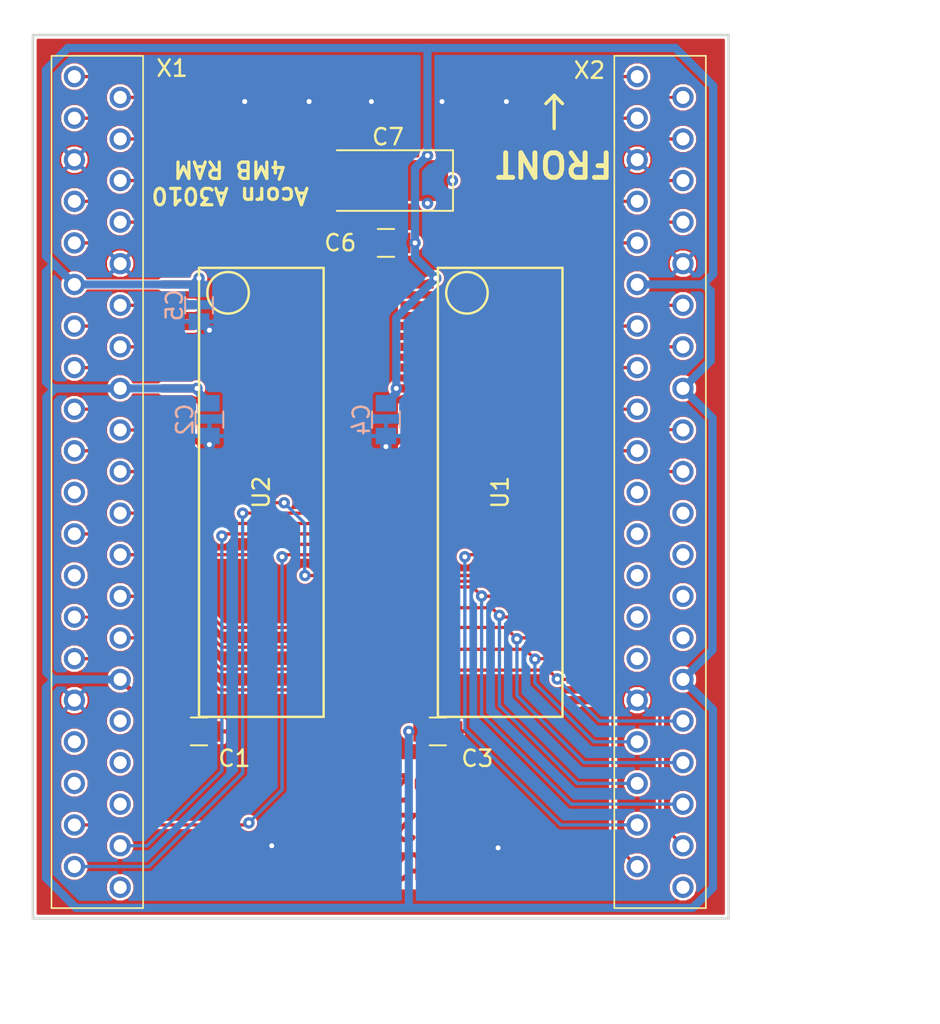
<source format=kicad_pcb>
(kicad_pcb (version 20171130) (host pcbnew "(5.0.1-3-g963ef8bb5)")
  (layers (0 F.Cu signal) (31 B.Cu signal) (34 B.Paste user) (35 F.Paste user) (36 B.SilkS user) (37 F.SilkS user) (38 B.Mask user hide) (39 F.Mask user hide) (44 Edge.Cuts user))
  (net 0 "")
  (net 1 /D8)
  (net 2 /D9)
  (net 3 /D10)
  (net 4 /D11)
  (net 5 /D13)
  (net 6 /D12)
  (net 7 /D14)
  (net 8 /D15)
  (net 9 /D2)
  (net 10 /D0)
  (net 11 /D1)
  (net 12 /D3)
  (net 13 /D6)
  (net 14 /A1)
  (net 15 /~RAS)
  (net 16 /D4)
  (net 17 /A2)
  (net 18 "Net-(X1-Pad25)")
  (net 19 /A9)
  (net 20 /A4)
  (net 21 /D5)
  (net 22 /D7)
  (net 23 "Net-(X1-Pad21)")
  (net 24 /~WE)
  (net 25 /A0)
  (net 26 /A3)
  (net 27 /A6)
  (net 28 /A8)
  (net 29 /~CAS0)
  (net 30 "Net-(X1-Pad40)")
  (net 31 /A7)
  (net 32 /A5)
  (net 33 /~CAS1)
  (net 34 /~CAS3)
  (net 35 "Net-(X2-Pad40)")
  (net 36 /~CAS2)
  (net 37 "Net-(X2-Pad21)")
  (net 38 /D23)
  (net 39 /D21)
  (net 40 "Net-(X2-Pad25)")
  (net 41 /D20)
  (net 42 /D22)
  (net 43 /D19)
  (net 44 /D17)
  (net 45 /D16)
  (net 46 /D18)
  (net 47 /D31)
  (net 48 /D30)
  (net 49 /D28)
  (net 50 /D29)
  (net 51 /D27)
  (net 52 /D26)
  (net 53 /D25)
  (net 54 /D24)
  (net 55 VSS)
  (net 56 VCC)
  (net 57 "Net-(U1-Pad15)")
  (net 58 "Net-(U1-Pad16)")
  (net 59 "Net-(U2-Pad16)")
  (net 60 "Net-(U2-Pad15)")
  (net 61 "Net-(X1-Pad32)")
  (net 62 "Net-(X1-Pad34)")
  (net 63 "Net-(X1-Pad36)")
  (net 64 "Net-(X1-Pad35)")
  (net 65 "Net-(X1-Pad33)")
  (net 66 "Net-(X2-Pad22)")
  (net 67 "Net-(X2-Pad23)")
  (net 68 "Net-(X2-Pad24)")
  (net 69 "Net-(X2-Pad29)")
  (net 70 "Net-(X2-Pad26)")
  (net 71 "Net-(X2-Pad28)")
  (net 72 "Net-(X2-Pad27)")
  (net 73 /~OE1)
  (net 74 /~OE2)
  (module VIA-0.6mm (layer F.Cu) (at 148.336 77.724)
    (fp_text reference "" hide)
    (fp_text value VIA-0.6mm hide)
    (pad 1 thru_hole circle (at 0 0) (size 0.6 0.6) (drill 0.3) (layers *.Cu) (net 55 VSS))
  )
  (module VIA-0.6mm (layer F.Cu) (at 140.081 77.724)
    (fp_text reference "" hide)
    (fp_text value VIA-0.6mm hide)
    (pad 1 thru_hole circle (at 0 0) (size 0.6 0.6) (drill 0.3) (layers *.Cu) (net 55 VSS))
  )
  (module VIA-0.6mm (layer F.Cu) (at 144.399 77.724)
    (fp_text reference "" hide)
    (fp_text value VIA-0.6mm hide)
    (pad 1 thru_hole circle (at 0 0) (size 0.6 0.6) (drill 0.3) (layers *.Cu) (net 55 VSS))
  )
  (module VIA-0.6mm (layer F.Cu) (at 132.334 77.724)
    (fp_text reference "" hide)
    (fp_text value VIA-0.6mm hide)
    (pad 1 thru_hole circle (at 0 0) (size 0.6 0.6) (drill 0.3) (layers *.Cu) (net 55 VSS))
  )
  (module VIA-0.6mm (layer F.Cu) (at 136.271 77.724)
    (fp_text reference "" hide)
    (fp_text value VIA-0.6mm hide)
    (pad 1 thru_hole circle (at 0 0) (size 0.6 0.6) (drill 0.3) (layers *.Cu) (net 55 VSS))
  )
  (module VIA-0.6mm (layer F.Cu) (at 136.271 77.724)
    (fp_text reference "" hide)
    (fp_text value VIA-0.6mm hide)
    (pad 1 thru_hole circle (at 0 0) (size 0.6 0.6) (drill 0.3) (layers *.Cu) (net 55 VSS))
  )
  (module VIA-0.6mm (layer F.Cu) (at 147.828 123.317)
    (fp_text reference "" hide)
    (fp_text value VIA-0.6mm hide)
    (pad 1 thru_hole circle (at 0 0) (size 0.6 0.6) (drill 0.3) (layers *.Cu) (net 55 VSS))
  )
  (module VIA-0.6mm (layer F.Cu) (at 132.334 77.724)
    (fp_text reference "" hide)
    (fp_text value VIA-0.6mm hide)
    (pad 1 thru_hole circle (at 0 0) (size 0.6 0.6) (drill 0.3) (layers *.Cu) (net 55 VSS))
  )
  (module VIA-0.6mm (layer F.Cu) (at 133.985 123.19)
    (fp_text reference "" hide)
    (fp_text value VIA-0.6mm hide)
    (pad 1 thru_hole circle (at 0 0) (size 0.6 0.6) (drill 0.3) (layers *.Cu) (net 55 VSS))
  )
  (module SMD_Packages:SOJ-42 (layer F.Cu) (at 133.35 101.6 270)
    (fp_text reference U2 (at 0 0 270) (layer F.SilkS))
    (fp_text value IS41C16105C)
    (pad 21 smd rect (at 12.7 5.08 270) (size 0.508 2.032) (layers F.Cu F.Paste F.Mask) (net 56 VCC))
    (pad 20 smd rect (at 11.43 5.08 270) (size 0.508 2.032) (layers F.Cu F.Paste F.Mask) (net 26 /A3))
    (pad 19 smd rect (at 10.16 5.08 270) (size 0.508 2.032) (layers F.Cu F.Paste F.Mask) (net 17 /A2))
    (pad 18 smd rect (at 8.89 5.08 270) (size 0.508 2.032) (layers F.Cu F.Paste F.Mask) (net 14 /A1))
    (pad 17 smd rect (at 7.62 5.08 270) (size 0.508 2.032) (layers F.Cu F.Paste F.Mask) (net 25 /A0))
    (pad 16 smd rect (at 6.35 5.08 270) (size 0.508 2.032) (layers F.Cu F.Paste F.Mask) (net 59 "Net-(U2-Pad16)"))
    (pad 15 smd rect (at 5.08 5.08 270) (size 0.508 2.032) (layers F.Cu F.Paste F.Mask) (net 60 "Net-(U2-Pad15)"))
    (pad 14 smd rect (at 3.81 5.08 270) (size 0.508 2.032) (layers F.Cu F.Paste F.Mask) (net 15 /~RAS))
    (pad 13 smd rect (at 2.54 5.08 270) (size 0.508 2.032) (layers F.Cu F.Paste F.Mask) (net 24 /~WE))
    (pad 12 smd rect (at 1.27 5.08 270) (size 0.508 2.032) (layers F.Cu F.Paste F.Mask))
    (pad 22 smd rect (at 12.7 -5.08 270) (size 0.508 2.032) (layers F.Cu F.Paste F.Mask) (net 55 VSS))
    (pad 23 smd rect (at 11.43 -5.08 270) (size 0.508 2.032) (layers F.Cu F.Paste F.Mask) (net 20 /A4))
    (pad 24 smd rect (at 10.16 -5.08 270) (size 0.508 2.032) (layers F.Cu F.Paste F.Mask) (net 32 /A5))
    (pad 25 smd rect (at 8.89 -5.08 270) (size 0.508 2.032) (layers F.Cu F.Paste F.Mask) (net 27 /A6))
    (pad 26 smd rect (at 7.62 -5.08 270) (size 0.508 2.032) (layers F.Cu F.Paste F.Mask) (net 31 /A7))
    (pad 27 smd rect (at 6.35 -5.08 270) (size 0.508 2.032) (layers F.Cu F.Paste F.Mask) (net 28 /A8))
    (pad 28 smd rect (at 5.08 -5.08 270) (size 0.508 2.032) (layers F.Cu F.Paste F.Mask) (net 19 /A9))
    (pad 29 smd rect (at 3.81 -5.08 270) (size 0.508 2.032) (layers F.Cu F.Paste F.Mask) (net 73 /~OE1))
    (pad 30 smd rect (at 2.54 -5.08 270) (size 0.508 2.032) (layers F.Cu F.Paste F.Mask) (net 33 /~CAS1))
    (pad 31 smd rect (at 1.27 -5.08 270) (size 0.508 2.032) (layers F.Cu F.Paste F.Mask) (net 29 /~CAS0))
    (pad 1 smd rect (at -12.7 5.08 270) (size 0.508 2.032) (layers F.Cu F.Paste F.Mask) (net 56 VCC))
    (pad 2 smd rect (at -11.43 5.08 270) (size 0.508 2.032) (layers F.Cu F.Paste F.Mask) (net 10 /D0))
    (pad 3 smd rect (at -10.16 5.08 270) (size 0.508 2.032) (layers F.Cu F.Paste F.Mask) (net 11 /D1))
    (pad 4 smd rect (at -8.89 5.08 270) (size 0.508 2.032) (layers F.Cu F.Paste F.Mask) (net 9 /D2))
    (pad 5 smd rect (at -7.62 5.08 270) (size 0.508 2.032) (layers F.Cu F.Paste F.Mask) (net 12 /D3))
    (pad 6 smd rect (at -6.35 5.08 270) (size 0.508 2.032) (layers F.Cu F.Paste F.Mask) (net 56 VCC))
    (pad 7 smd rect (at -5.08 5.08 270) (size 0.508 2.032) (layers F.Cu F.Paste F.Mask) (net 16 /D4))
    (pad 8 smd rect (at -3.81 5.08 270) (size 0.508 2.032) (layers F.Cu F.Paste F.Mask) (net 21 /D5))
    (pad 9 smd rect (at -2.54 5.08 270) (size 0.508 2.032) (layers F.Cu F.Paste F.Mask) (net 13 /D6))
    (pad 10 smd rect (at -1.27 5.08 270) (size 0.508 2.032) (layers F.Cu F.Paste F.Mask) (net 22 /D7))
    (pad 42 smd rect (at -12.7 -5.08 270) (size 0.508 2.032) (layers F.Cu F.Paste F.Mask) (net 55 VSS))
    (pad 41 smd rect (at -11.43 -5.08 270) (size 0.508 2.032) (layers F.Cu F.Paste F.Mask) (net 1 /D8))
    (pad 40 smd rect (at -10.16 -5.08 270) (size 0.508 2.032) (layers F.Cu F.Paste F.Mask) (net 2 /D9))
    (pad 39 smd rect (at -8.89 -5.08 270) (size 0.508 2.032) (layers F.Cu F.Paste F.Mask) (net 3 /D10))
    (pad 38 smd rect (at -7.62 -5.08 270) (size 0.508 2.032) (layers F.Cu F.Paste F.Mask) (net 4 /D11))
    (pad 37 smd rect (at -6.35 -5.08 270) (size 0.508 2.032) (layers F.Cu F.Paste F.Mask) (net 55 VSS))
    (pad 36 smd rect (at -5.08 -5.08 270) (size 0.508 2.032) (layers F.Cu F.Paste F.Mask) (net 6 /D12))
    (pad 35 smd rect (at -3.81 -5.08 270) (size 0.508 2.032) (layers F.Cu F.Paste F.Mask) (net 5 /D13))
    (pad 34 smd rect (at -2.54 -5.08 270) (size 0.508 2.032) (layers F.Cu F.Paste F.Mask) (net 7 /D14))
    (pad 33 smd rect (at -1.27 -5.08 270) (size 0.508 2.032) (layers F.Cu F.Paste F.Mask) (net 8 /D15))
    (pad 11 smd rect (at 0 5.08 270) (size 0.508 2.032) (layers F.Cu F.Paste F.Mask))
    (pad 32 smd rect (at 0 -5.08 270) (size 0.508 2.032) (layers F.Cu F.Paste F.Mask))
  )
  (module SMD_Packages:SOJ-42 (layer F.Cu) (at 147.955 101.6 270)
    (fp_text reference U1 (at 0 0 270) (layer F.SilkS))
    (fp_text value IS41C16105C)
    (pad 32 smd rect (at 0 -5.08 270) (size 0.508 2.032) (layers F.Cu F.Paste F.Mask))
    (pad 11 smd rect (at 0 5.08 270) (size 0.508 2.032) (layers F.Cu F.Paste F.Mask))
    (pad 33 smd rect (at -1.27 -5.08 270) (size 0.508 2.032) (layers F.Cu F.Paste F.Mask) (net 38 /D23))
    (pad 34 smd rect (at -2.54 -5.08 270) (size 0.508 2.032) (layers F.Cu F.Paste F.Mask) (net 42 /D22))
    (pad 35 smd rect (at -3.81 -5.08 270) (size 0.508 2.032) (layers F.Cu F.Paste F.Mask) (net 39 /D21))
    (pad 36 smd rect (at -5.08 -5.08 270) (size 0.508 2.032) (layers F.Cu F.Paste F.Mask) (net 41 /D20))
    (pad 37 smd rect (at -6.35 -5.08 270) (size 0.508 2.032) (layers F.Cu F.Paste F.Mask) (net 55 VSS))
    (pad 38 smd rect (at -7.62 -5.08 270) (size 0.508 2.032) (layers F.Cu F.Paste F.Mask) (net 43 /D19))
    (pad 39 smd rect (at -8.89 -5.08 270) (size 0.508 2.032) (layers F.Cu F.Paste F.Mask) (net 46 /D18))
    (pad 40 smd rect (at -10.16 -5.08 270) (size 0.508 2.032) (layers F.Cu F.Paste F.Mask) (net 44 /D17))
    (pad 41 smd rect (at -11.43 -5.08 270) (size 0.508 2.032) (layers F.Cu F.Paste F.Mask) (net 45 /D16))
    (pad 42 smd rect (at -12.7 -5.08 270) (size 0.508 2.032) (layers F.Cu F.Paste F.Mask) (net 55 VSS))
    (pad 10 smd rect (at -1.27 5.08 270) (size 0.508 2.032) (layers F.Cu F.Paste F.Mask) (net 47 /D31))
    (pad 9 smd rect (at -2.54 5.08 270) (size 0.508 2.032) (layers F.Cu F.Paste F.Mask) (net 48 /D30))
    (pad 8 smd rect (at -3.81 5.08 270) (size 0.508 2.032) (layers F.Cu F.Paste F.Mask) (net 50 /D29))
    (pad 7 smd rect (at -5.08 5.08 270) (size 0.508 2.032) (layers F.Cu F.Paste F.Mask) (net 49 /D28))
    (pad 6 smd rect (at -6.35 5.08 270) (size 0.508 2.032) (layers F.Cu F.Paste F.Mask) (net 56 VCC))
    (pad 5 smd rect (at -7.62 5.08 270) (size 0.508 2.032) (layers F.Cu F.Paste F.Mask) (net 51 /D27))
    (pad 4 smd rect (at -8.89 5.08 270) (size 0.508 2.032) (layers F.Cu F.Paste F.Mask) (net 52 /D26))
    (pad 3 smd rect (at -10.16 5.08 270) (size 0.508 2.032) (layers F.Cu F.Paste F.Mask) (net 53 /D25))
    (pad 2 smd rect (at -11.43 5.08 270) (size 0.508 2.032) (layers F.Cu F.Paste F.Mask) (net 54 /D24))
    (pad 1 smd rect (at -12.7 5.08 270) (size 0.508 2.032) (layers F.Cu F.Paste F.Mask) (net 56 VCC))
    (pad 31 smd rect (at 1.27 -5.08 270) (size 0.508 2.032) (layers F.Cu F.Paste F.Mask) (net 34 /~CAS3))
    (pad 30 smd rect (at 2.54 -5.08 270) (size 0.508 2.032) (layers F.Cu F.Paste F.Mask) (net 36 /~CAS2))
    (pad 29 smd rect (at 3.81 -5.08 270) (size 0.508 2.032) (layers F.Cu F.Paste F.Mask) (net 74 /~OE2))
    (pad 28 smd rect (at 5.08 -5.08 270) (size 0.508 2.032) (layers F.Cu F.Paste F.Mask) (net 19 /A9))
    (pad 27 smd rect (at 6.35 -5.08 270) (size 0.508 2.032) (layers F.Cu F.Paste F.Mask) (net 28 /A8))
    (pad 26 smd rect (at 7.62 -5.08 270) (size 0.508 2.032) (layers F.Cu F.Paste F.Mask) (net 31 /A7))
    (pad 25 smd rect (at 8.89 -5.08 270) (size 0.508 2.032) (layers F.Cu F.Paste F.Mask) (net 27 /A6))
    (pad 24 smd rect (at 10.16 -5.08 270) (size 0.508 2.032) (layers F.Cu F.Paste F.Mask) (net 32 /A5))
    (pad 23 smd rect (at 11.43 -5.08 270) (size 0.508 2.032) (layers F.Cu F.Paste F.Mask) (net 20 /A4))
    (pad 22 smd rect (at 12.7 -5.08 270) (size 0.508 2.032) (layers F.Cu F.Paste F.Mask) (net 55 VSS))
    (pad 12 smd rect (at 1.27 5.08 270) (size 0.508 2.032) (layers F.Cu F.Paste F.Mask))
    (pad 13 smd rect (at 2.54 5.08 270) (size 0.508 2.032) (layers F.Cu F.Paste F.Mask) (net 24 /~WE))
    (pad 14 smd rect (at 3.81 5.08 270) (size 0.508 2.032) (layers F.Cu F.Paste F.Mask) (net 15 /~RAS))
    (pad 15 smd rect (at 5.08 5.08 270) (size 0.508 2.032) (layers F.Cu F.Paste F.Mask) (net 57 "Net-(U1-Pad15)"))
    (pad 16 smd rect (at 6.35 5.08 270) (size 0.508 2.032) (layers F.Cu F.Paste F.Mask) (net 58 "Net-(U1-Pad16)"))
    (pad 17 smd rect (at 7.62 5.08 270) (size 0.508 2.032) (layers F.Cu F.Paste F.Mask) (net 25 /A0))
    (pad 18 smd rect (at 8.89 5.08 270) (size 0.508 2.032) (layers F.Cu F.Paste F.Mask) (net 14 /A1))
    (pad 19 smd rect (at 10.16 5.08 270) (size 0.508 2.032) (layers F.Cu F.Paste F.Mask) (net 17 /A2))
    (pad 20 smd rect (at 11.43 5.08 270) (size 0.508 2.032) (layers F.Cu F.Paste F.Mask) (net 26 /A3))
    (pad 21 smd rect (at 12.7 5.08 270) (size 0.508 2.032) (layers F.Cu F.Paste F.Mask) (net 56 VCC))
  )
  (module oakram:ZIP40-P-475-1.27 (layer F.Cu) (at 123.32 100.33)
    (fp_text reference X1 (at 4.569 -24.638) (layer F.SilkS))
    (fp_text value ZIP40)
    (pad 1 thru_hole circle (at -1.4 -24.13) (size 1.3 1.3) (drill 0.8) (layers *.Cu *.Mask) (net 1 /D8))
    (pad 2 thru_hole circle (at 1.4 -22.86) (size 1.3 1.3) (drill 0.8) (layers *.Cu *.Mask) (net 2 /D9))
    (pad 3 thru_hole circle (at -1.4 -21.59) (size 1.3 1.3) (drill 0.8) (layers *.Cu *.Mask) (net 3 /D10))
    (pad 4 thru_hole circle (at 1.4 -20.32) (size 1.3 1.3) (drill 0.8) (layers *.Cu *.Mask) (net 4 /D11))
    (pad 7 thru_hole circle (at -1.4 -16.51) (size 1.3 1.3) (drill 0.8) (layers *.Cu *.Mask) (net 5 /D13))
    (pad 5 thru_hole circle (at -1.4 -19.05) (size 1.3 1.3) (drill 0.8) (layers *.Cu *.Mask) (net 55 VSS))
    (pad 6 thru_hole circle (at 1.4 -17.78) (size 1.3 1.3) (drill 0.8) (layers *.Cu *.Mask) (net 6 /D12))
    (pad 8 thru_hole circle (at 1.4 -15.24) (size 1.3 1.3) (drill 0.8) (layers *.Cu *.Mask) (net 7 /D14))
    (pad 11 thru_hole circle (at -1.4 -11.43) (size 1.3 1.3) (drill 0.8) (layers *.Cu *.Mask) (net 56 VCC))
    (pad 16 thru_hole circle (at 1.4 -5.08) (size 1.3 1.3) (drill 0.8) (layers *.Cu *.Mask) (net 56 VCC))
    (pad 9 thru_hole circle (at -1.4 -13.97) (size 1.3 1.3) (drill 0.8) (layers *.Cu *.Mask) (net 8 /D15))
    (pad 14 thru_hole circle (at 1.4 -7.62) (size 1.3 1.3) (drill 0.8) (layers *.Cu *.Mask) (net 9 /D2))
    (pad 10 thru_hole circle (at 1.4 -12.7) (size 1.3 1.3) (drill 0.8) (layers *.Cu *.Mask) (net 55 VSS))
    (pad 12 thru_hole circle (at 1.4 -10.16) (size 1.3 1.3) (drill 0.8) (layers *.Cu *.Mask) (net 10 /D0))
    (pad 13 thru_hole circle (at -1.4 -8.89) (size 1.3 1.3) (drill 0.8) (layers *.Cu *.Mask) (net 11 /D1))
    (pad 15 thru_hole circle (at -1.4 -6.35) (size 1.3 1.3) (drill 0.8) (layers *.Cu *.Mask) (net 12 /D3))
    (pad 19 thru_hole circle (at -1.4 -1.27) (size 1.3 1.3) (drill 0.8) (layers *.Cu *.Mask) (net 13 /D6))
    (pad 27 thru_hole circle (at -1.4 8.89) (size 1.3 1.3) (drill 0.8) (layers *.Cu *.Mask) (net 14 /A1))
    (pad 24 thru_hole circle (at 1.4 5.08) (size 1.3 1.3) (drill 0.8) (layers *.Cu *.Mask) (net 15 /~RAS))
    (pad 17 thru_hole circle (at -1.4 -3.81) (size 1.3 1.3) (drill 0.8) (layers *.Cu *.Mask) (net 16 /D4))
    (pad 28 thru_hole circle (at 1.4 10.16) (size 1.3 1.3) (drill 0.8) (layers *.Cu *.Mask) (net 17 /A2))
    (pad 25 thru_hole circle (at -1.4 6.35) (size 1.3 1.3) (drill 0.8) (layers *.Cu *.Mask) (net 18 "Net-(X1-Pad25)"))
    (pad 22 thru_hole circle (at 1.4 2.54) (size 1.3 1.3) (drill 0.8) (layers *.Cu *.Mask) (net 19 /A9))
    (pad 32 thru_hole circle (at 1.4 15.24) (size 1.3 1.3) (drill 0.8) (layers *.Cu *.Mask) (net 61 "Net-(X1-Pad32)"))
    (pad 18 thru_hole circle (at 1.4 -2.54) (size 1.3 1.3) (drill 0.8) (layers *.Cu *.Mask) (net 21 /D5))
    (pad 20 thru_hole circle (at 1.4 0) (size 1.3 1.3) (drill 0.8) (layers *.Cu *.Mask) (net 22 /D7))
    (pad 21 thru_hole circle (at -1.4 1.27) (size 1.3 1.3) (drill 0.8) (layers *.Cu *.Mask) (net 23 "Net-(X1-Pad21)"))
    (pad 23 thru_hole circle (at -1.4 3.81) (size 1.3 1.3) (drill 0.8) (layers *.Cu *.Mask) (net 24 /~WE))
    (pad 26 thru_hole circle (at 1.4 7.62) (size 1.3 1.3) (drill 0.8) (layers *.Cu *.Mask) (net 25 /A0))
    (pad 29 thru_hole circle (at -1.4 11.43) (size 1.3 1.3) (drill 0.8) (layers *.Cu *.Mask) (net 26 /A3))
    (pad 31 thru_hole circle (at -1.4 13.97) (size 1.3 1.3) (drill 0.8) (layers *.Cu *.Mask) (net 55 VSS))
    (pad 30 thru_hole circle (at 1.4 12.7) (size 1.3 1.3) (drill 0.8) (layers *.Cu *.Mask) (net 56 VCC))
    (pad 37 thru_hole circle (at -1.4 21.59) (size 1.3 1.3) (drill 0.8) (layers *.Cu *.Mask) (net 73 /~OE1))
    (pad 34 thru_hole circle (at 1.4 17.78) (size 1.3 1.3) (drill 0.8) (layers *.Cu *.Mask) (net 62 "Net-(X1-Pad34)"))
    (pad 36 thru_hole circle (at 1.4 20.32) (size 1.3 1.3) (drill 0.8) (layers *.Cu *.Mask) (net 63 "Net-(X1-Pad36)"))
    (pad 39 thru_hole circle (at -1.4 24.13) (size 1.3 1.3) (drill 0.8) (layers *.Cu *.Mask) (net 29 /~CAS0))
    (pad 40 thru_hole circle (at 1.4 25.4) (size 1.3 1.3) (drill 0.8) (layers *.Cu *.Mask) (net 30 "Net-(X1-Pad40)"))
    (pad 35 thru_hole circle (at -1.4 19.05) (size 1.3 1.3) (drill 0.8) (layers *.Cu *.Mask) (net 64 "Net-(X1-Pad35)"))
    (pad 33 thru_hole circle (at -1.4 16.51) (size 1.3 1.3) (drill 0.8) (layers *.Cu *.Mask) (net 65 "Net-(X1-Pad33)"))
    (pad 38 thru_hole circle (at 1.4 22.86) (size 1.3 1.3) (drill 0.8) (layers *.Cu *.Mask) (net 33 /~CAS1))
  )
  (module oakram:ZIP40-P-475-1.27 (layer F.Cu) (at 157.734 100.33)
    (fp_text reference X2 (at -4.318 -24.511) (layer F.SilkS))
    (fp_text value ZIP40)
    (pad 38 thru_hole circle (at 1.4 22.86) (size 1.3 1.3) (drill 0.8) (layers *.Cu *.Mask) (net 34 /~CAS3))
    (pad 33 thru_hole circle (at -1.4 16.51) (size 1.3 1.3) (drill 0.8) (layers *.Cu *.Mask) (net 32 /A5))
    (pad 35 thru_hole circle (at -1.4 19.05) (size 1.3 1.3) (drill 0.8) (layers *.Cu *.Mask) (net 31 /A7))
    (pad 40 thru_hole circle (at 1.4 25.4) (size 1.3 1.3) (drill 0.8) (layers *.Cu *.Mask) (net 35 "Net-(X2-Pad40)"))
    (pad 39 thru_hole circle (at -1.4 24.13) (size 1.3 1.3) (drill 0.8) (layers *.Cu *.Mask) (net 36 /~CAS2))
    (pad 36 thru_hole circle (at 1.4 20.32) (size 1.3 1.3) (drill 0.8) (layers *.Cu *.Mask) (net 28 /A8))
    (pad 34 thru_hole circle (at 1.4 17.78) (size 1.3 1.3) (drill 0.8) (layers *.Cu *.Mask) (net 27 /A6))
    (pad 37 thru_hole circle (at -1.4 21.59) (size 1.3 1.3) (drill 0.8) (layers *.Cu *.Mask) (net 74 /~OE2))
    (pad 30 thru_hole circle (at 1.4 12.7) (size 1.3 1.3) (drill 0.8) (layers *.Cu *.Mask) (net 56 VCC))
    (pad 31 thru_hole circle (at -1.4 13.97) (size 1.3 1.3) (drill 0.8) (layers *.Cu *.Mask) (net 55 VSS))
    (pad 29 thru_hole circle (at -1.4 11.43) (size 1.3 1.3) (drill 0.8) (layers *.Cu *.Mask) (net 69 "Net-(X2-Pad29)"))
    (pad 26 thru_hole circle (at 1.4 7.62) (size 1.3 1.3) (drill 0.8) (layers *.Cu *.Mask) (net 70 "Net-(X2-Pad26)"))
    (pad 23 thru_hole circle (at -1.4 3.81) (size 1.3 1.3) (drill 0.8) (layers *.Cu *.Mask) (net 67 "Net-(X2-Pad23)"))
    (pad 21 thru_hole circle (at -1.4 1.27) (size 1.3 1.3) (drill 0.8) (layers *.Cu *.Mask) (net 37 "Net-(X2-Pad21)"))
    (pad 20 thru_hole circle (at 1.4 0) (size 1.3 1.3) (drill 0.8) (layers *.Cu *.Mask) (net 38 /D23))
    (pad 18 thru_hole circle (at 1.4 -2.54) (size 1.3 1.3) (drill 0.8) (layers *.Cu *.Mask) (net 39 /D21))
    (pad 32 thru_hole circle (at 1.4 15.24) (size 1.3 1.3) (drill 0.8) (layers *.Cu *.Mask) (net 20 /A4))
    (pad 22 thru_hole circle (at 1.4 2.54) (size 1.3 1.3) (drill 0.8) (layers *.Cu *.Mask) (net 66 "Net-(X2-Pad22)"))
    (pad 25 thru_hole circle (at -1.4 6.35) (size 1.3 1.3) (drill 0.8) (layers *.Cu *.Mask) (net 40 "Net-(X2-Pad25)"))
    (pad 28 thru_hole circle (at 1.4 10.16) (size 1.3 1.3) (drill 0.8) (layers *.Cu *.Mask) (net 71 "Net-(X2-Pad28)"))
    (pad 17 thru_hole circle (at -1.4 -3.81) (size 1.3 1.3) (drill 0.8) (layers *.Cu *.Mask) (net 41 /D20))
    (pad 24 thru_hole circle (at 1.4 5.08) (size 1.3 1.3) (drill 0.8) (layers *.Cu *.Mask) (net 68 "Net-(X2-Pad24)"))
    (pad 27 thru_hole circle (at -1.4 8.89) (size 1.3 1.3) (drill 0.8) (layers *.Cu *.Mask) (net 72 "Net-(X2-Pad27)"))
    (pad 19 thru_hole circle (at -1.4 -1.27) (size 1.3 1.3) (drill 0.8) (layers *.Cu *.Mask) (net 42 /D22))
    (pad 15 thru_hole circle (at -1.4 -6.35) (size 1.3 1.3) (drill 0.8) (layers *.Cu *.Mask) (net 43 /D19))
    (pad 13 thru_hole circle (at -1.4 -8.89) (size 1.3 1.3) (drill 0.8) (layers *.Cu *.Mask) (net 44 /D17))
    (pad 12 thru_hole circle (at 1.4 -10.16) (size 1.3 1.3) (drill 0.8) (layers *.Cu *.Mask) (net 45 /D16))
    (pad 10 thru_hole circle (at 1.4 -12.7) (size 1.3 1.3) (drill 0.8) (layers *.Cu *.Mask) (net 55 VSS))
    (pad 14 thru_hole circle (at 1.4 -7.62) (size 1.3 1.3) (drill 0.8) (layers *.Cu *.Mask) (net 46 /D18))
    (pad 9 thru_hole circle (at -1.4 -13.97) (size 1.3 1.3) (drill 0.8) (layers *.Cu *.Mask) (net 47 /D31))
    (pad 16 thru_hole circle (at 1.4 -5.08) (size 1.3 1.3) (drill 0.8) (layers *.Cu *.Mask) (net 56 VCC))
    (pad 11 thru_hole circle (at -1.4 -11.43) (size 1.3 1.3) (drill 0.8) (layers *.Cu *.Mask) (net 56 VCC))
    (pad 8 thru_hole circle (at 1.4 -15.24) (size 1.3 1.3) (drill 0.8) (layers *.Cu *.Mask) (net 48 /D30))
    (pad 6 thru_hole circle (at 1.4 -17.78) (size 1.3 1.3) (drill 0.8) (layers *.Cu *.Mask) (net 49 /D28))
    (pad 5 thru_hole circle (at -1.4 -19.05) (size 1.3 1.3) (drill 0.8) (layers *.Cu *.Mask) (net 55 VSS))
    (pad 7 thru_hole circle (at -1.4 -16.51) (size 1.3 1.3) (drill 0.8) (layers *.Cu *.Mask) (net 50 /D29))
    (pad 4 thru_hole circle (at 1.4 -20.32) (size 1.3 1.3) (drill 0.8) (layers *.Cu *.Mask) (net 51 /D27))
    (pad 3 thru_hole circle (at -1.4 -21.59) (size 1.3 1.3) (drill 0.8) (layers *.Cu *.Mask) (net 52 /D26))
    (pad 2 thru_hole circle (at 1.4 -22.86) (size 1.3 1.3) (drill 0.8) (layers *.Cu *.Mask) (net 53 /D25))
    (pad 1 thru_hole circle (at -1.4 -24.13) (size 1.3 1.3) (drill 0.8) (layers *.Cu *.Mask) (net 54 /D24))
  )
  (module Capacitors_SMD:C_0805 (layer F.Cu) (at 129.54 116.205)
    (fp_text reference C1 (at 2.159 1.651) (layer F.SilkS))
    (fp_text value 2,2u)
    (pad 2 smd rect (at 1 0) (size 1 1.25) (layers F.Cu F.Paste F.Mask) (net 55 VSS))
    (pad 1 smd rect (at -1 0) (size 1 1.25) (layers F.Cu F.Paste F.Mask) (net 56 VCC))
  )
  (module Capacitors_SMD:C_0805 (layer B.Cu) (at 130.175 97.155 270)
    (fp_text reference C2 (at 0 1.5 270) (layer B.SilkS) (effects (justify mirror)))
    (fp_text value 2,2u)
    (pad 1 smd rect (at -1 0 270) (size 1 1.25) (layers B.Cu B.Paste B.Mask) (net 56 VCC))
    (pad 2 smd rect (at 1 0 270) (size 1 1.25) (layers B.Cu B.Paste B.Mask) (net 55 VSS))
  )
  (module Capacitors_SMD:C_0805 (layer F.Cu) (at 144.145 116.205)
    (fp_text reference C3 (at 2.413 1.651) (layer F.SilkS))
    (fp_text value 2,2u)
    (pad 2 smd rect (at 1 0) (size 1 1.25) (layers F.Cu F.Paste F.Mask) (net 55 VSS))
    (pad 1 smd rect (at -1 0) (size 1 1.25) (layers F.Cu F.Paste F.Mask) (net 56 VCC))
  )
  (module Capacitors_SMD:C_0805 (layer B.Cu) (at 140.97 97.155 270)
    (fp_text reference C4 (at 0 1.5 270) (layer B.SilkS) (effects (justify mirror)))
    (fp_text value 2,2u)
    (pad 1 smd rect (at -1 0 270) (size 1 1.25) (layers B.Cu B.Paste B.Mask) (net 56 VCC))
    (pad 2 smd rect (at 1 0 270) (size 1 1.25) (layers B.Cu B.Paste B.Mask) (net 55 VSS))
  )
  (module Capacitors_SMD:C_0805 (layer B.Cu) (at 129.54 90.17 270)
    (fp_text reference C5 (at 0 1.5 270) (layer B.SilkS) (effects (justify mirror)))
    (fp_text value 2,2u)
    (pad 2 smd rect (at 1 0 270) (size 1 1.25) (layers B.Cu B.Paste B.Mask) (net 55 VSS))
    (pad 1 smd rect (at -1 0 270) (size 1 1.25) (layers B.Cu B.Paste B.Mask) (net 56 VCC))
  )
  (module Capacitors_SMD:C_0805 (layer F.Cu) (at 140.97 86.36 180)
    (fp_text reference C6 (at 2.794 0 180) (layer F.SilkS))
    (fp_text value 2,2u)
    (pad 1 smd rect (at -1 0 180) (size 1 1.25) (layers F.Cu F.Paste F.Mask) (net 56 VCC))
    (pad 2 smd rect (at 1 0 180) (size 1 1.25) (layers F.Cu F.Paste F.Mask) (net 55 VSS))
  )
  (module Capacitors_Tantalum_SMD:CP_Tantalum_Case-C_EIA-6032-28_Reflow (layer F.Cu) (at 140.97 82.55 180)
    (fp_text reference C7 (at -0.127 2.667) (layer F.SilkS))
    (fp_text value "47u 16V")
    (pad 2 smd rect (at 2.525 0 180) (size 2.55 2.5) (layers F.Cu F.Paste F.Mask) (net 55 VSS))
    (pad 1 smd rect (at -2.525 0 180) (size 2.55 2.5) (layers F.Cu F.Paste F.Mask) (net 56 VCC))
  )
  (gr_text FRONT (at 151.257 81.534 180) (layer F.SilkS) (effects (font (size 1.5 1.5) (thickness 0.3))))
  (gr_line (start 151.257 77.343) (end 150.749 77.851) (angle 90) (layer F.SilkS) (width 0.2))
  (gr_line (start 151.765 77.851) (end 151.257 77.343) (angle 90) (layer F.SilkS) (width 0.2))
  (gr_line (start 151.257 77.343) (end 151.765 77.851) (angle 90) (layer F.SilkS) (width 0.2))
  (gr_line (start 151.257 79.375) (end 151.257 77.343) (angle 90) (layer F.SilkS) (width 0.2))
  (gr_line (start 151.257 77.47) (end 151.257 79.375) (angle 90) (layer F.SilkS) (width 0.2))
  (gr_text "Acorn A3010\n4MB RAM" (at 131.445 82.677 180) (layer F.SilkS) (effects (font (size 1 1) (thickness 0.2))))
  (gr_text "tnt2017\ndj2018\npp2019" (at 141.097 122 180) (layer F.Cu) (effects (font (size 1.5 1.5) (thickness 0.3))))
  (gr_line (start 119.38 127.635) (end 119.38 73.66) (layer Edge.Cuts) (width 0.15))
  (gr_line (start 161.925 127.635) (end 119.38 127.635) (layer Edge.Cuts) (width 0.15))
  (gr_line (start 161.925 73.66) (end 161.925 127.635) (layer Edge.Cuts) (width 0.15))
  (gr_line (start 119.38 73.66) (end 161.925 73.66) (layer Edge.Cuts) (width 0.15))
  (segment (start 127.1905 76.2) (end 121.92 76.2) (width 0.2) (layer F.Cu) (net 1))
  (segment (start 136.73 89.4) (end 136.73 85.7395) (width 0.2) (layer F.Cu) (net 1))
  (segment (start 137.5 90.17) (end 136.73 89.4) (width 0.2) (layer F.Cu) (net 1))
  (segment (start 136.73 85.7395) (end 127.1905 76.2) (width 0.2) (layer F.Cu) (net 1))
  (segment (start 138.43 90.17) (end 137.5 90.17) (width 0.2) (layer F.Cu) (net 1))
  (segment (start 136.05 86.139) (end 127.381 77.47) (width 0.2) (layer F.Cu) (net 2))
  (segment (start 127.381 77.47) (end 124.72 77.47) (width 0.2) (layer F.Cu) (net 2))
  (segment (start 136.05 89.95) (end 136.05 86.139) (width 0.2) (layer F.Cu) (net 2))
  (segment (start 137.54 91.44) (end 136.05 89.95) (width 0.2) (layer F.Cu) (net 2))
  (segment (start 138.43 91.44) (end 137.54 91.44) (width 0.2) (layer F.Cu) (net 2))
  (segment (start 127.381 78.74) (end 121.92 78.74) (width 0.2) (layer F.Cu) (net 3))
  (segment (start 135.3 90.5) (end 135.3 86.659) (width 0.2) (layer F.Cu) (net 3))
  (segment (start 135.3 86.659) (end 127.381 78.74) (width 0.2) (layer F.Cu) (net 3))
  (segment (start 137.51 92.71) (end 135.3 90.5) (width 0.2) (layer F.Cu) (net 3))
  (segment (start 138.43 92.71) (end 137.51 92.71) (width 0.2) (layer F.Cu) (net 3))
  (segment (start 127.127 80.01) (end 124.72 80.01) (width 0.2) (layer F.Cu) (net 4))
  (segment (start 137.5 93.98) (end 134.6 91.08) (width 0.2) (layer F.Cu) (net 4))
  (segment (start 134.6 87.483) (end 127.127 80.01) (width 0.2) (layer F.Cu) (net 4))
  (segment (start 134.6 91.08) (end 134.6 87.483) (width 0.2) (layer F.Cu) (net 4))
  (segment (start 138.43 93.98) (end 137.5 93.98) (width 0.2) (layer F.Cu) (net 4))
  (segment (start 133.12 88.416) (end 128.524 83.82) (width 0.2) (layer F.Cu) (net 5))
  (segment (start 133.12 93.4) (end 133.12 88.416) (width 0.2) (layer F.Cu) (net 5))
  (segment (start 128.524 83.82) (end 121.92 83.82) (width 0.2) (layer F.Cu) (net 5))
  (segment (start 137.51 97.79) (end 133.12 93.4) (width 0.2) (layer F.Cu) (net 5))
  (segment (start 138.43 97.79) (end 137.51 97.79) (width 0.2) (layer F.Cu) (net 5))
  (segment (start 133.87 92.88) (end 133.87 87.9595) (width 0.2) (layer F.Cu) (net 6))
  (segment (start 128.4605 82.55) (end 124.72 82.55) (width 0.2) (layer F.Cu) (net 6))
  (segment (start 133.87 87.9595) (end 128.4605 82.55) (width 0.2) (layer F.Cu) (net 6))
  (segment (start 137.51 96.52) (end 133.87 92.88) (width 0.2) (layer F.Cu) (net 6))
  (segment (start 138.43 96.52) (end 137.51 96.52) (width 0.2) (layer F.Cu) (net 6))
  (segment (start 132.37 88.809) (end 128.651 85.09) (width 0.2) (layer F.Cu) (net 7))
  (segment (start 132.37 93.92) (end 132.37 88.809) (width 0.2) (layer F.Cu) (net 7))
  (segment (start 128.651 85.09) (end 124.72 85.09) (width 0.2) (layer F.Cu) (net 7))
  (segment (start 137.51 99.06) (end 132.37 93.92) (width 0.2) (layer F.Cu) (net 7))
  (segment (start 138.43 99.06) (end 137.51 99.06) (width 0.2) (layer F.Cu) (net 7))
  (segment (start 131.58 94.32) (end 131.58 89.2255) (width 0.2) (layer F.Cu) (net 8))
  (segment (start 131.58 89.2255) (end 128.7145 86.36) (width 0.2) (layer F.Cu) (net 8))
  (segment (start 137.59 100.33) (end 131.58 94.32) (width 0.2) (layer F.Cu) (net 8))
  (segment (start 128.7145 86.36) (end 121.92 86.36) (width 0.2) (layer F.Cu) (net 8))
  (segment (start 138.43 100.33) (end 137.59 100.33) (width 0.2) (layer F.Cu) (net 8))
  (segment (start 128.27 92.71) (end 124.72 92.71) (width 0.2) (layer F.Cu) (net 9))
  (segment (start 128.27 90.17) (end 124.72 90.17) (width 0.2) (layer F.Cu) (net 10))
  (segment (start 128.27 91.44) (end 121.92 91.44) (width 0.2) (layer F.Cu) (net 11))
  (segment (start 128.27 93.98) (end 121.92 93.98) (width 0.2) (layer F.Cu) (net 12))
  (segment (start 128.27 99.06) (end 121.92 99.06) (width 0.2) (layer F.Cu) (net 13))
  (segment (start 142.875 110.49) (end 141.6685 110.49) (width 0.2) (layer F.Cu) (net 14))
  (segment (start 130.3655 110.49) (end 128.27 110.49) (width 0.2) (layer F.Cu) (net 14))
  (segment (start 130.937 111.0615) (end 130.3655 110.49) (width 0.2) (layer F.Cu) (net 14))
  (segment (start 141.097 111.0615) (end 130.937 111.0615) (width 0.2) (layer F.Cu) (net 14))
  (segment (start 141.6685 110.49) (end 141.097 111.0615) (width 0.2) (layer F.Cu) (net 14))
  (segment (start 126.1 109.22) (end 125.59 109.22) (width 0.1778) (layer F.Cu) (net 14))
  (segment (start 125.59 109.22) (end 121.92 109.22) (width 0.1778) (layer F.Cu) (net 14))
  (segment (start 127.37 110.49) (end 126.1 109.22) (width 0.1778) (layer F.Cu) (net 14))
  (segment (start 128.27 110.49) (end 127.37 110.49) (width 0.1778) (layer F.Cu) (net 14))
  (segment (start 124.72 105.41) (end 128.27 105.41) (width 0.2) (layer F.Cu) (net 15))
  (segment (start 128.27 105.41) (end 133.731 105.41) (width 0.2) (layer F.Cu) (net 15))
  (segment (start 133.731 105.41) (end 134.366 104.775) (width 0.2) (layer F.Cu) (net 15))
  (segment (start 134.366 104.775) (end 139.7 104.775) (width 0.2) (layer F.Cu) (net 15))
  (segment (start 139.7 104.775) (end 140.335 105.41) (width 0.2) (layer F.Cu) (net 15))
  (segment (start 140.335 105.41) (end 142.875 105.41) (width 0.2) (layer F.Cu) (net 15))
  (segment (start 128.27 96.52) (end 121.92 96.52) (width 0.2) (layer F.Cu) (net 16))
  (segment (start 128.27 111.76) (end 127.381 111.76) (width 0.2) (layer F.Cu) (net 17))
  (segment (start 127.381 111.76) (end 126.111 110.49) (width 0.2) (layer F.Cu) (net 17))
  (segment (start 126.111 110.49) (end 124.72 110.49) (width 0.2) (layer F.Cu) (net 17))
  (segment (start 142.875 111.76) (end 141.605 111.76) (width 0.2) (layer F.Cu) (net 17))
  (segment (start 130.2385 111.76) (end 128.27 111.76) (width 0.2) (layer F.Cu) (net 17))
  (segment (start 130.8735 112.395) (end 130.2385 111.76) (width 0.2) (layer F.Cu) (net 17))
  (segment (start 140.97 112.395) (end 130.8735 112.395) (width 0.2) (layer F.Cu) (net 17))
  (segment (start 141.605 111.76) (end 140.97 112.395) (width 0.2) (layer F.Cu) (net 17))
  (segment (start 138.43 106.68) (end 136.017 106.68) (width 0.2) (layer F.Cu) (net 19))
  (segment (start 125.857 102.87) (end 124.72 102.87) (width 0.2) (layer F.Cu) (net 19))
  (segment (start 126.492 102.235) (end 125.857 102.87) (width 0.2) (layer F.Cu) (net 19))
  (segment (start 134.747 102.235) (end 126.492 102.235) (width 0.2) (layer F.Cu) (net 19))
  (via (at 134.747 102.235) (size 0.7) (drill 0.3) (layers F.Cu B.Cu) (net 19))
  (via (at 136.017 106.68) (size 0.7) (drill 0.3) (layers F.Cu B.Cu) (net 19))
  (segment (start 138.43 106.68) (end 141.097 106.68) (width 0.2) (layer F.Cu) (net 19))
  (segment (start 144.653 106.68) (end 153.035 106.68) (width 0.2) (layer F.Cu) (net 19))
  (segment (start 144.018 106.045) (end 144.653 106.68) (width 0.2) (layer F.Cu) (net 19))
  (segment (start 141.732 106.045) (end 144.018 106.045) (width 0.2) (layer F.Cu) (net 19))
  (segment (start 141.097 106.68) (end 141.732 106.045) (width 0.2) (layer F.Cu) (net 19))
  (segment (start 136 103.488) (end 134.747 102.235) (width 0.2) (layer B.Cu) (net 19))
  (segment (start 136 106.663) (end 136 103.488) (width 0.2) (layer B.Cu) (net 19))
  (segment (start 136.017 106.68) (end 136 106.663) (width 0.2) (layer B.Cu) (net 19))
  (via (at 151.45 113) (size 0.7) (drill 0.3) (layers F.Cu B.Cu) (net 20))
  (segment (start 153.035 113.03) (end 151.48 113.03) (width 0.2) (layer F.Cu) (net 20))
  (segment (start 151.48 113.03) (end 151.45 113) (width 0.2) (layer F.Cu) (net 20))
  (segment (start 159.134 115.57) (end 154.02 115.57) (width 0.2) (layer B.Cu) (net 20))
  (segment (start 151.100001 112.650001) (end 151.45 113) (width 0.2) (layer F.Cu) (net 20))
  (segment (start 154.02 115.57) (end 151.799999 113.349999) (width 0.2) (layer B.Cu) (net 20))
  (segment (start 151.799999 113.349999) (end 151.45 113) (width 0.2) (layer B.Cu) (net 20))
  (segment (start 138.43 113.03) (end 141.0335 113.03) (width 0.2) (layer F.Cu) (net 20))
  (segment (start 141.0335 113.03) (end 141.605 112.4585) (width 0.2) (layer F.Cu) (net 20))
  (segment (start 141.605 112.4585) (end 150.9085 112.4585) (width 0.2) (layer F.Cu) (net 20))
  (segment (start 150.9085 112.4585) (end 151.100001 112.650001) (width 0.2) (layer F.Cu) (net 20))
  (segment (start 128.27 97.79) (end 124.72 97.79) (width 0.2) (layer F.Cu) (net 21))
  (segment (start 128.27 100.33) (end 124.72 100.33) (width 0.2) (layer F.Cu) (net 22))
  (segment (start 128.27 104.14) (end 121.92 104.14) (width 0.2) (layer F.Cu) (net 24))
  (segment (start 142.875 104.14) (end 140.462 104.14) (width 0.2) (layer F.Cu) (net 24))
  (segment (start 130.048 104.14) (end 128.27 104.14) (width 0.2) (layer F.Cu) (net 24))
  (segment (start 130.683 103.505) (end 130.048 104.14) (width 0.2) (layer F.Cu) (net 24))
  (segment (start 139.827 103.505) (end 130.683 103.505) (width 0.2) (layer F.Cu) (net 24))
  (segment (start 140.462 104.14) (end 139.827 103.505) (width 0.2) (layer F.Cu) (net 24))
  (segment (start 128.27 109.22) (end 127.381 109.22) (width 0.2) (layer F.Cu) (net 25))
  (segment (start 127.381 109.22) (end 126.111 107.95) (width 0.2) (layer F.Cu) (net 25))
  (segment (start 126.111 107.95) (end 124.72 107.95) (width 0.2) (layer F.Cu) (net 25))
  (segment (start 142.875 109.22) (end 141.6685 109.22) (width 0.2) (layer F.Cu) (net 25))
  (segment (start 130.3655 109.22) (end 128.27 109.22) (width 0.2) (layer F.Cu) (net 25))
  (segment (start 131.0005 109.855) (end 130.3655 109.22) (width 0.2) (layer F.Cu) (net 25))
  (segment (start 141.0335 109.855) (end 131.0005 109.855) (width 0.2) (layer F.Cu) (net 25))
  (segment (start 141.6685 109.22) (end 141.0335 109.855) (width 0.2) (layer F.Cu) (net 25))
  (segment (start 128.27 113.03) (end 127.3175 113.03) (width 0.2) (layer F.Cu) (net 26))
  (segment (start 127.3175 113.03) (end 126.0475 111.76) (width 0.2) (layer F.Cu) (net 26))
  (segment (start 126.0475 111.76) (end 121.92 111.76) (width 0.2) (layer F.Cu) (net 26))
  (segment (start 142.875 113.03) (end 142.113 113.03) (width 0.2) (layer F.Cu) (net 26))
  (segment (start 142.113 113.03) (end 141.478 113.665) (width 0.2) (layer F.Cu) (net 26))
  (segment (start 141.478 113.665) (end 130.81 113.665) (width 0.2) (layer F.Cu) (net 26))
  (segment (start 130.81 113.665) (end 130.175 113.03) (width 0.2) (layer F.Cu) (net 26))
  (segment (start 130.175 113.03) (end 128.27 113.03) (width 0.2) (layer F.Cu) (net 26))
  (segment (start 148.630001 110.200001) (end 148.98 110.55) (width 0.2) (layer F.Cu) (net 27))
  (segment (start 141.0335 110.49) (end 141.6685 109.855) (width 0.2) (layer F.Cu) (net 27))
  (segment (start 141.6685 109.855) (end 148.285 109.855) (width 0.2) (layer F.Cu) (net 27))
  (segment (start 138.43 110.49) (end 141.0335 110.49) (width 0.2) (layer F.Cu) (net 27))
  (segment (start 149.04 110.49) (end 148.98 110.55) (width 0.2) (layer F.Cu) (net 27))
  (segment (start 148.285 109.855) (end 148.630001 110.200001) (width 0.2) (layer F.Cu) (net 27))
  (segment (start 153.035 110.49) (end 149.04 110.49) (width 0.2) (layer F.Cu) (net 27))
  (via (at 148.98 110.55) (size 0.7) (drill 0.3) (layers F.Cu B.Cu) (net 27))
  (segment (start 148.98 111.044974) (end 148.98 110.55) (width 0.2) (layer B.Cu) (net 27))
  (segment (start 148.98 114.01) (end 148.98 111.044974) (width 0.2) (layer B.Cu) (net 27))
  (segment (start 153.08 118.11) (end 148.98 114.01) (width 0.2) (layer B.Cu) (net 27))
  (segment (start 159.134 118.11) (end 153.08 118.11) (width 0.2) (layer B.Cu) (net 27))
  (via (at 146.82 107.93) (size 0.7) (drill 0.3) (layers F.Cu B.Cu) (net 28))
  (segment (start 140.2175 107.3785) (end 146.2685 107.3785) (width 0.2) (layer F.Cu) (net 28))
  (segment (start 146.470001 107.580001) (end 146.82 107.93) (width 0.2) (layer F.Cu) (net 28))
  (segment (start 146.84 107.95) (end 146.82 107.93) (width 0.2) (layer F.Cu) (net 28))
  (segment (start 139.646 107.95) (end 140.2175 107.3785) (width 0.2) (layer F.Cu) (net 28))
  (segment (start 146.2685 107.3785) (end 146.470001 107.580001) (width 0.2) (layer F.Cu) (net 28))
  (segment (start 138.43 107.95) (end 139.646 107.95) (width 0.2) (layer F.Cu) (net 28))
  (segment (start 153.035 107.95) (end 146.84 107.95) (width 0.2) (layer F.Cu) (net 28))
  (segment (start 146.82 108.424974) (end 146.82 107.93) (width 0.2) (layer B.Cu) (net 28))
  (segment (start 146.82 115.17) (end 146.82 108.424974) (width 0.2) (layer B.Cu) (net 28))
  (segment (start 152.3 120.65) (end 146.82 115.17) (width 0.2) (layer B.Cu) (net 28))
  (segment (start 159.134 120.65) (end 152.3 120.65) (width 0.2) (layer B.Cu) (net 28))
  (segment (start 121.92 124.46) (end 126.492 124.46) (width 0.2) (layer B.Cu) (net 29))
  (segment (start 132.207 118.745) (end 132.207 102.87) (width 0.2) (layer B.Cu) (net 29))
  (segment (start 126.492 124.46) (end 132.207 118.745) (width 0.2) (layer B.Cu) (net 29))
  (segment (start 138.43 102.87) (end 132.207 102.87) (width 0.2) (layer F.Cu) (net 29))
  (via (at 132.207 102.87) (size 0.7) (drill 0.3) (layers F.Cu B.Cu) (net 29))
  (via (at 147.91 109.12) (size 0.7) (drill 0.3) (layers F.Cu B.Cu) (net 31))
  (segment (start 148.01 109.22) (end 147.91 109.12) (width 0.2) (layer F.Cu) (net 31))
  (segment (start 140.2175 108.6485) (end 147.4385 108.6485) (width 0.2) (layer F.Cu) (net 31))
  (segment (start 147.4385 108.6485) (end 147.560001 108.770001) (width 0.2) (layer F.Cu) (net 31))
  (segment (start 138.43 109.22) (end 139.646 109.22) (width 0.2) (layer F.Cu) (net 31))
  (segment (start 147.560001 108.770001) (end 147.91 109.12) (width 0.2) (layer F.Cu) (net 31))
  (segment (start 153.035 109.22) (end 148.01 109.22) (width 0.2) (layer F.Cu) (net 31))
  (segment (start 139.646 109.22) (end 140.2175 108.6485) (width 0.2) (layer F.Cu) (net 31))
  (segment (start 147.91 114.63) (end 147.91 109.614974) (width 0.2) (layer B.Cu) (net 31))
  (segment (start 152.66 119.38) (end 147.91 114.63) (width 0.2) (layer B.Cu) (net 31))
  (segment (start 147.91 109.614974) (end 147.91 109.12) (width 0.2) (layer B.Cu) (net 31))
  (segment (start 156.334 119.38) (end 152.66 119.38) (width 0.2) (layer B.Cu) (net 31))
  (via (at 150.08 111.79) (size 0.7) (drill 0.3) (layers F.Cu B.Cu) (net 32))
  (segment (start 149.4785 111.1885) (end 149.730001 111.440001) (width 0.2) (layer F.Cu) (net 32))
  (segment (start 153.035 111.76) (end 150.11 111.76) (width 0.2) (layer F.Cu) (net 32))
  (segment (start 141.605 111.1885) (end 149.4785 111.1885) (width 0.2) (layer F.Cu) (net 32))
  (segment (start 138.43 111.76) (end 141.0335 111.76) (width 0.2) (layer F.Cu) (net 32))
  (segment (start 150.11 111.76) (end 150.08 111.79) (width 0.2) (layer F.Cu) (net 32))
  (segment (start 149.730001 111.440001) (end 150.08 111.79) (width 0.2) (layer F.Cu) (net 32))
  (segment (start 141.0335 111.76) (end 141.605 111.1885) (width 0.2) (layer F.Cu) (net 32))
  (segment (start 150.08 112.284974) (end 150.08 111.79) (width 0.2) (layer B.Cu) (net 32))
  (segment (start 150.08 113.25) (end 150.08 112.284974) (width 0.2) (layer B.Cu) (net 32))
  (segment (start 153.67 116.84) (end 150.08 113.25) (width 0.2) (layer B.Cu) (net 32))
  (segment (start 156.334 116.84) (end 153.67 116.84) (width 0.2) (layer B.Cu) (net 32))
  (segment (start 130.937 104.267) (end 130.937 118.618) (width 0.2) (layer B.Cu) (net 33))
  (segment (start 131.064 104.14) (end 130.937 104.267) (width 0.2) (layer F.Cu) (net 33))
  (via (at 130.937 104.267) (size 0.7) (drill 0.3) (layers F.Cu B.Cu) (net 33))
  (segment (start 138.43 104.14) (end 131.064 104.14) (width 0.2) (layer F.Cu) (net 33))
  (segment (start 126.365 123.19) (end 124.72 123.19) (width 0.2) (layer B.Cu) (net 33))
  (segment (start 130.937 118.618) (end 126.365 123.19) (width 0.2) (layer B.Cu) (net 33))
  (segment (start 157.72 103.8) (end 157.72 121.776) (width 0.2) (layer F.Cu) (net 34))
  (segment (start 156.79 102.87) (end 157.72 103.8) (width 0.2) (layer F.Cu) (net 34))
  (segment (start 157.72 121.776) (end 159.134 123.19) (width 0.2) (layer F.Cu) (net 34))
  (segment (start 153.035 102.87) (end 156.79 102.87) (width 0.2) (layer F.Cu) (net 34))
  (segment (start 154.86 122.986) (end 156.334 124.46) (width 0.2) (layer F.Cu) (net 36))
  (segment (start 154.86 104.695) (end 154.86 122.986) (width 0.2) (layer F.Cu) (net 36))
  (segment (start 154.305 104.14) (end 154.86 104.695) (width 0.2) (layer F.Cu) (net 36))
  (segment (start 153.035 104.14) (end 154.305 104.14) (width 0.2) (layer F.Cu) (net 36))
  (segment (start 153.035 100.33) (end 159.134 100.33) (width 0.2) (layer F.Cu) (net 38))
  (segment (start 153.055 97.77) (end 159.114 97.77) (width 0.1778) (layer F.Cu) (net 39))
  (segment (start 153.035 97.79) (end 153.055 97.77) (width 0.1778) (layer F.Cu) (net 39))
  (segment (start 159.114 97.77) (end 159.134 97.79) (width 0.1778) (layer F.Cu) (net 39))
  (segment (start 153.035 96.52) (end 156.334 96.52) (width 0.2) (layer F.Cu) (net 41))
  (segment (start 153.035 99.06) (end 156.334 99.06) (width 0.2) (layer F.Cu) (net 42))
  (segment (start 153.035 93.98) (end 156.334 93.98) (width 0.2) (layer F.Cu) (net 43))
  (segment (start 153.035 91.44) (end 156.334 91.44) (width 0.2) (layer F.Cu) (net 44))
  (segment (start 153.035 90.17) (end 159.134 90.17) (width 0.2) (layer F.Cu) (net 45))
  (segment (start 153.035 92.71) (end 159.134 92.71) (width 0.2) (layer F.Cu) (net 46))
  (segment (start 152.9715 86.36) (end 156.334 86.36) (width 0.2) (layer F.Cu) (net 47))
  (segment (start 150.98 88.3515) (end 152.9715 86.36) (width 0.2) (layer F.Cu) (net 47))
  (segment (start 143.82 100.33) (end 150.98 93.17) (width 0.2) (layer F.Cu) (net 47))
  (segment (start 150.98 93.17) (end 150.98 88.3515) (width 0.2) (layer F.Cu) (net 47))
  (segment (start 142.875 100.33) (end 143.82 100.33) (width 0.2) (layer F.Cu) (net 47))
  (segment (start 153.035 85.09) (end 159.134 85.09) (width 0.2) (layer F.Cu) (net 48))
  (segment (start 150.25 87.875) (end 153.035 85.09) (width 0.2) (layer F.Cu) (net 48))
  (segment (start 150.25 92.59) (end 150.25 87.875) (width 0.2) (layer F.Cu) (net 48))
  (segment (start 143.78 99.06) (end 150.25 92.59) (width 0.2) (layer F.Cu) (net 48))
  (segment (start 142.875 99.06) (end 143.78 99.06) (width 0.2) (layer F.Cu) (net 48))
  (segment (start 153.0985 82.55) (end 159.134 82.55) (width 0.2) (layer F.Cu) (net 49))
  (segment (start 148.71 86.9385) (end 153.0985 82.55) (width 0.2) (layer F.Cu) (net 49))
  (segment (start 148.71 91.49) (end 148.71 86.9385) (width 0.2) (layer F.Cu) (net 49))
  (segment (start 143.68 96.52) (end 148.71 91.49) (width 0.2) (layer F.Cu) (net 49))
  (segment (start 142.875 96.52) (end 143.68 96.52) (width 0.2) (layer F.Cu) (net 49))
  (segment (start 153.035 83.82) (end 156.334 83.82) (width 0.2) (layer F.Cu) (net 50))
  (segment (start 149.52 87.335) (end 153.035 83.82) (width 0.2) (layer F.Cu) (net 50))
  (segment (start 149.52 91.94) (end 149.52 87.335) (width 0.2) (layer F.Cu) (net 50))
  (segment (start 143.67 97.79) (end 149.52 91.94) (width 0.2) (layer F.Cu) (net 50))
  (segment (start 142.875 97.79) (end 143.67 97.79) (width 0.2) (layer F.Cu) (net 50))
  (segment (start 143.76 93.98) (end 148.01 89.73) (width 0.2) (layer F.Cu) (net 51))
  (segment (start 154.6225 80.01) (end 159.134 80.01) (width 0.2) (layer F.Cu) (net 51))
  (segment (start 148.01 86.6225) (end 154.6225 80.01) (width 0.2) (layer F.Cu) (net 51))
  (segment (start 148.01 89.73) (end 148.01 86.6225) (width 0.2) (layer F.Cu) (net 51))
  (segment (start 142.875 93.98) (end 143.76 93.98) (width 0.2) (layer F.Cu) (net 51))
  (segment (start 154.6225 78.74) (end 156.334 78.74) (width 0.2) (layer F.Cu) (net 52))
  (segment (start 147.28 89.23) (end 147.28 86.0825) (width 0.2) (layer F.Cu) (net 52))
  (segment (start 147.28 86.0825) (end 154.6225 78.74) (width 0.2) (layer F.Cu) (net 52))
  (segment (start 143.8 92.71) (end 147.28 89.23) (width 0.2) (layer F.Cu) (net 52))
  (segment (start 142.875 92.71) (end 143.8 92.71) (width 0.2) (layer F.Cu) (net 52))
  (segment (start 159.134 77.47) (end 154.559 77.47) (width 0.1778) (layer F.Cu) (net 53))
  (segment (start 146.58 88.64) (end 146.58 85.449) (width 0.2) (layer F.Cu) (net 53))
  (segment (start 143.78 91.44) (end 146.58 88.64) (width 0.2) (layer F.Cu) (net 53))
  (segment (start 146.58 85.449) (end 154.559 77.47) (width 0.2) (layer F.Cu) (net 53))
  (segment (start 142.875 91.44) (end 143.78 91.44) (width 0.2) (layer F.Cu) (net 53))
  (segment (start 154.559 76.2) (end 156.334 76.2) (width 0.2) (layer F.Cu) (net 54))
  (segment (start 145.8595 84.8995) (end 154.559 76.2) (width 0.2) (layer F.Cu) (net 54))
  (segment (start 145.8595 88.1605) (end 145.8595 84.8995) (width 0.2) (layer F.Cu) (net 54))
  (segment (start 143.85 90.17) (end 145.8595 88.1605) (width 0.2) (layer F.Cu) (net 54))
  (segment (start 142.875 90.17) (end 143.85 90.17) (width 0.2) (layer F.Cu) (net 54))
  (segment (start 140.97 98.155) (end 140.97 98.806) (width 0.2) (layer B.Cu) (net 55))
  (via (at 140.97 98.806) (size 0.7) (drill 0.3) (layers F.Cu B.Cu) (net 55))
  (segment (start 130.175 98.155) (end 130.175 98.679) (width 0.2) (layer B.Cu) (net 55))
  (via (at 130.175 98.679) (size 0.7) (drill 0.3) (layers F.Cu B.Cu) (net 55))
  (segment (start 129.54 91.17) (end 129.651 91.17) (width 0.2) (layer B.Cu) (net 55))
  (segment (start 129.651 91.17) (end 130.175 91.694) (width 0.2) (layer B.Cu) (net 55))
  (via (at 130.175 91.694) (size 0.7) (drill 0.3) (layers F.Cu B.Cu) (net 55))
  (segment (start 129.54 91.17) (end 129.54 91.313) (width 0.2) (layer B.Cu) (net 55))
  (segment (start 128.27 88.9) (end 129.159 88.9) (width 0.2) (layer F.Cu) (net 56))
  (segment (start 129.159 88.9) (end 129.54 88.519) (width 0.2) (layer F.Cu) (net 56))
  (via (at 129.54 88.519) (size 0.7) (drill 0.3) (layers F.Cu B.Cu) (net 56))
  (segment (start 129.54 88.519) (end 129.54 89.17) (width 0.2) (layer B.Cu) (net 56))
  (segment (start 142.875 114.3) (end 142.113 114.3) (width 0.2) (layer F.Cu) (net 56))
  (segment (start 142.113 114.3) (end 141.732 114.681) (width 0.2) (layer F.Cu) (net 56))
  (segment (start 143.145 116.205) (end 142.367 116.205) (width 0.2) (layer F.Cu) (net 56))
  (via (at 142.367 116.205) (size 0.7) (drill 0.3) (layers F.Cu B.Cu) (net 56))
  (segment (start 142.875 95.25) (end 141.605 95.25) (width 0.2) (layer F.Cu) (net 56))
  (via (at 141.605 95.25) (size 0.7) (drill 0.3) (layers F.Cu B.Cu) (net 56))
  (segment (start 128.27 95.25) (end 129.413 95.25) (width 0.2) (layer F.Cu) (net 56))
  (via (at 129.413 95.25) (size 0.7) (drill 0.3) (layers F.Cu B.Cu) (net 56))
  (segment (start 129.54 89.17) (end 129.54 88.773) (width 0.2) (layer B.Cu) (net 56))
  (segment (start 141.97 86.36) (end 142.748 86.36) (width 0.2) (layer F.Cu) (net 56))
  (via (at 142.748 86.36) (size 0.7) (drill 0.3) (layers F.Cu B.Cu) (net 56))
  (segment (start 142.875 88.9) (end 144.018 88.519) (width 0.2) (layer F.Cu) (net 56))
  (via (at 144.018 88.519) (size 0.7) (drill 0.3) (layers F.Cu B.Cu) (net 56))
  (segment (start 143.495 82.55) (end 143.495 83.932) (width 0.2) (layer F.Cu) (net 56))
  (via (at 143.51 83.947) (size 0.7) (drill 0.3) (layers F.Cu B.Cu) (net 56))
  (segment (start 143.495 83.932) (end 143.51 83.947) (width 0.2) (layer F.Cu) (net 56))
  (segment (start 143.495 82.55) (end 145.034 82.55) (width 0.2) (layer F.Cu) (net 56))
  (via (at 145.034 82.55) (size 0.7) (drill 0.3) (layers F.Cu B.Cu) (net 56))
  (segment (start 143.495 82.55) (end 143.495 81.041) (width 0.2) (layer F.Cu) (net 56))
  (via (at 143.51 81.026) (size 0.7) (drill 0.3) (layers F.Cu B.Cu) (net 56))
  (segment (start 143.495 81.041) (end 143.51 81.026) (width 0.2) (layer F.Cu) (net 56))
  (segment (start 121.92 88.9) (end 128.27 88.9) (width 0.3) (layer F.Cu) (net 56))
  (segment (start 124.72 95.25) (end 128.27 95.25) (width 0.3) (layer F.Cu) (net 56))
  (segment (start 125.99 114.3) (end 128.27 114.3) (width 0.3) (layer F.Cu) (net 56))
  (segment (start 124.72 113.03) (end 125.99 114.3) (width 0.3) (layer F.Cu) (net 56))
  (segment (start 121.92 88.9) (end 120.667599 87.647599) (width 0.5) (layer B.Cu) (net 56))
  (segment (start 142.748 81.788) (end 142.748 86.36) (width 0.5) (layer B.Cu) (net 56))
  (segment (start 143.51 81.026) (end 142.748 81.788) (width 0.5) (layer B.Cu) (net 56))
  (segment (start 142.748 87.249) (end 144.018 88.519) (width 0.5) (layer B.Cu) (net 56))
  (segment (start 142.748 86.36) (end 142.748 87.249) (width 0.5) (layer B.Cu) (net 56))
  (segment (start 141.605 90.932) (end 141.605 95.25) (width 0.5) (layer B.Cu) (net 56))
  (segment (start 144.018 88.519) (end 141.605 90.932) (width 0.5) (layer B.Cu) (net 56))
  (segment (start 156.334 88.9) (end 160.346401 88.9) (width 0.5) (layer B.Cu) (net 56))
  (segment (start 160.346401 88.9) (end 160.386401 88.86) (width 0.5) (layer B.Cu) (net 56))
  (segment (start 142.367 126.969401) (end 142.38 126.982401) (width 0.5) (layer B.Cu) (net 56))
  (segment (start 142.367 116.205) (end 142.367 126.969401) (width 0.5) (layer B.Cu) (net 56))
  (segment (start 120.687599 113.03) (end 120.667599 113.05) (width 0.5) (layer B.Cu) (net 56))
  (segment (start 124.72 113.03) (end 120.687599 113.03) (width 0.5) (layer B.Cu) (net 56))
  (segment (start 120.737599 95.25) (end 120.667599 95.32) (width 0.5) (layer B.Cu) (net 56))
  (segment (start 124.72 95.25) (end 120.737599 95.25) (width 0.5) (layer B.Cu) (net 56))
  (segment (start 124.72 95.25) (end 129.413 95.25) (width 0.5) (layer B.Cu) (net 56))
  (segment (start 129.159 88.9) (end 129.54 88.519) (width 0.5) (layer B.Cu) (net 56))
  (segment (start 121.92 88.9) (end 129.159 88.9) (width 0.5) (layer B.Cu) (net 56))
  (segment (start 129.413 95.393) (end 130.175 96.155) (width 0.5) (layer B.Cu) (net 56))
  (segment (start 129.413 95.25) (end 129.413 95.393) (width 0.5) (layer B.Cu) (net 56))
  (segment (start 141.605 95.52) (end 140.97 96.155) (width 0.5) (layer B.Cu) (net 56))
  (segment (start 141.605 95.25) (end 141.605 95.52) (width 0.5) (layer B.Cu) (net 56))
  (segment (start 128.27 115.935) (end 128.54 116.205) (width 0.5) (layer F.Cu) (net 56))
  (segment (start 128.27 114.3) (end 128.27 115.935) (width 0.5) (layer F.Cu) (net 56))
  (segment (start 143.145 114.57) (end 142.875 114.3) (width 0.5) (layer F.Cu) (net 56))
  (segment (start 143.145 116.205) (end 143.145 114.57) (width 0.5) (layer F.Cu) (net 56))
  (segment (start 160.97 114.866) (end 159.134 113.03) (width 0.5) (layer B.Cu) (net 56))
  (segment (start 160.97 125.747554) (end 160.97 114.866) (width 0.5) (layer B.Cu) (net 56))
  (segment (start 159.735153 126.982401) (end 160.97 125.747554) (width 0.5) (layer B.Cu) (net 56))
  (segment (start 142.38 126.982401) (end 159.735153 126.982401) (width 0.5) (layer B.Cu) (net 56))
  (segment (start 159.983999 112.180001) (end 159.134 113.03) (width 0.5) (layer B.Cu) (net 56))
  (segment (start 160.94 111.224) (end 159.983999 112.180001) (width 0.5) (layer B.Cu) (net 56))
  (segment (start 160.94 97.056) (end 160.94 111.224) (width 0.5) (layer B.Cu) (net 56))
  (segment (start 159.134 95.25) (end 160.94 97.056) (width 0.5) (layer B.Cu) (net 56))
  (segment (start 159.983999 94.400001) (end 159.134 95.25) (width 0.5) (layer B.Cu) (net 56))
  (segment (start 160.83 93.554) (end 159.983999 94.400001) (width 0.5) (layer B.Cu) (net 56))
  (segment (start 160.83 89.303599) (end 160.83 93.554) (width 0.5) (layer B.Cu) (net 56))
  (segment (start 160.386401 88.86) (end 160.83 89.303599) (width 0.5) (layer B.Cu) (net 56))
  (segment (start 160.98 88.266401) (end 160.386401 88.86) (width 0.5) (layer B.Cu) (net 56))
  (segment (start 160.98 76.76) (end 160.98 88.266401) (width 0.5) (layer B.Cu) (net 56))
  (segment (start 121.52 74.45) (end 141.83 74.45) (width 0.5) (layer B.Cu) (net 56))
  (segment (start 120.18 75.79) (end 121.52 74.45) (width 0.5) (layer B.Cu) (net 56))
  (segment (start 120.18 87.16) (end 120.18 75.79) (width 0.5) (layer B.Cu) (net 56))
  (segment (start 120.667599 87.647599) (end 120.18 87.16) (width 0.5) (layer B.Cu) (net 56))
  (segment (start 120.18 94.832401) (end 120.667599 95.32) (width 0.5) (layer B.Cu) (net 56))
  (segment (start 120.18 88.135198) (end 120.18 94.832401) (width 0.5) (layer B.Cu) (net 56))
  (segment (start 120.667599 87.647599) (end 120.18 88.135198) (width 0.5) (layer B.Cu) (net 56))
  (segment (start 120.21 112.592401) (end 120.667599 113.05) (width 0.5) (layer B.Cu) (net 56))
  (segment (start 120.21 95.777599) (end 120.21 112.592401) (width 0.5) (layer B.Cu) (net 56))
  (segment (start 120.667599 95.32) (end 120.21 95.777599) (width 0.5) (layer B.Cu) (net 56))
  (segment (start 120.18 125.15) (end 122.012401 126.982401) (width 0.5) (layer B.Cu) (net 56))
  (segment (start 120.18 113.537599) (end 120.18 125.15) (width 0.5) (layer B.Cu) (net 56))
  (segment (start 122.012401 126.982401) (end 142.38 126.982401) (width 0.5) (layer B.Cu) (net 56))
  (segment (start 120.667599 113.05) (end 120.18 113.537599) (width 0.5) (layer B.Cu) (net 56))
  (segment (start 158.67 74.45) (end 159.57 75.35) (width 0.5) (layer B.Cu) (net 56))
  (segment (start 159.57 75.35) (end 160.98 76.76) (width 0.5) (layer B.Cu) (net 56))
  (segment (start 143.51 81.026) (end 143.51 74.45) (width 0.5) (layer B.Cu) (net 56))
  (segment (start 143.51 74.45) (end 158.67 74.45) (width 0.5) (layer B.Cu) (net 56))
  (segment (start 141.83 74.45) (end 143.51 74.45) (width 0.5) (layer B.Cu) (net 56))
  (segment (start 138.43 105.41) (end 134.747 105.41) (width 0.2) (layer F.Cu) (net 73))
  (segment (start 132.461 121.92) (end 121.92 121.92) (width 0.2) (layer F.Cu) (net 73))
  (segment (start 132.588 121.793) (end 132.461 121.92) (width 0.2) (layer F.Cu) (net 73))
  (via (at 132.588 121.793) (size 0.7) (drill 0.3) (layers F.Cu B.Cu) (net 73))
  (segment (start 134.62 119.761) (end 132.588 121.793) (width 0.2) (layer B.Cu) (net 73))
  (segment (start 134.62 105.537) (end 134.62 119.761) (width 0.2) (layer B.Cu) (net 73))
  (via (at 134.62 105.537) (size 0.7) (drill 0.3) (layers F.Cu B.Cu) (net 73))
  (segment (start 134.747 105.41) (end 134.62 105.537) (width 0.2) (layer F.Cu) (net 73))
  (segment (start 153.035 105.41) (end 145.923 105.41) (width 0.2) (layer F.Cu) (net 74))
  (via (at 145.796 105.537) (size 0.7) (drill 0.3) (layers F.Cu B.Cu) (net 74))
  (segment (start 145.923 105.41) (end 145.796 105.537) (width 0.2) (layer F.Cu) (net 74))
  (segment (start 151.66 121.92) (end 156.334 121.92) (width 0.2) (layer B.Cu) (net 74))
  (segment (start 145.796 116.056) (end 151.66 121.92) (width 0.2) (layer B.Cu) (net 74))
  (segment (start 145.796 105.537) (end 145.796 116.056) (width 0.2) (layer B.Cu) (net 74))
  (zone (net 55) (net_name VSS) (layer F.Cu) (connect_pads (clearance 0.1524)) (min_thickness 0.1524) (fill yes (arc_segments 16) (thermal_gap 0.1524) (thermal_bridge_width 0.254))
    (polygon (pts (xy 117.37 71.82) (xy 164.35 71.52) (xy 163.87 129.74) (xy 117.43 129.74)))
  )
  (zone (net 55) (net_name VSS) (layer B.Cu) (connect_pads (clearance 0.1778)) (min_thickness 0.1778) (fill yes (arc_segments 16) (thermal_gap 0.254) (thermal_bridge_width 0.254))
    (polygon (pts (xy 163.31 129.32) (xy 118.02 128.94) (xy 117.99 72.01) (xy 163.14 72.39)))
  )
)
</source>
